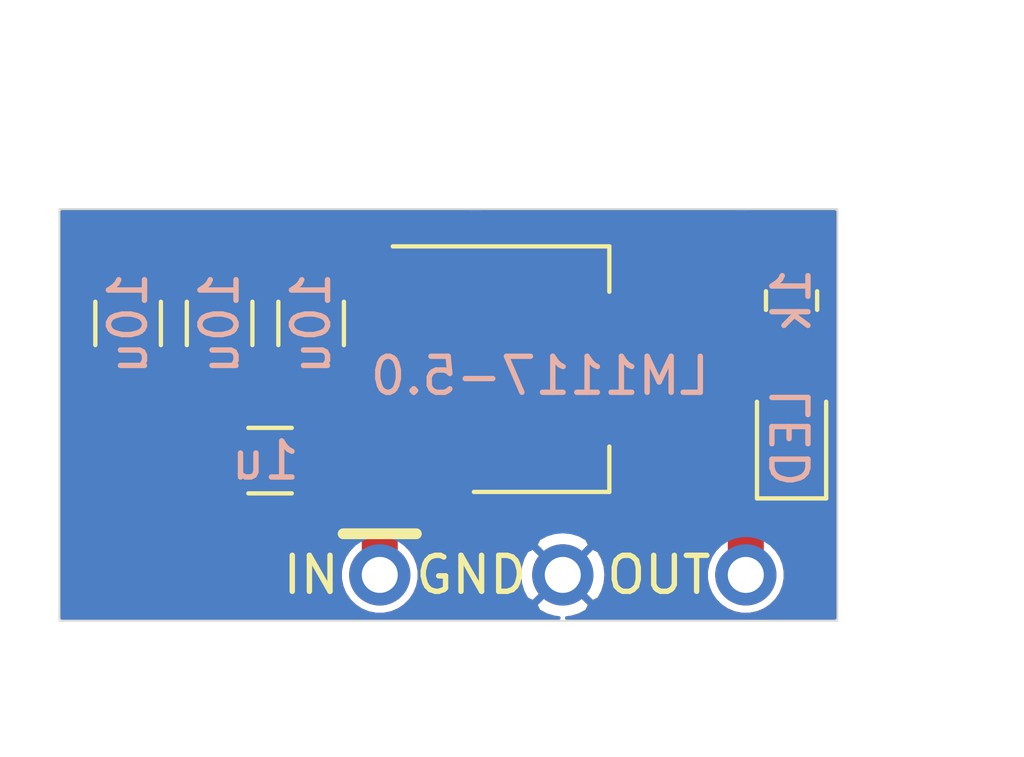
<source format=kicad_pcb>
(kicad_pcb (version 20171130) (host pcbnew 5.1.5+dfsg1-2build2)

  (general
    (thickness 0.8)
    (drawings 6)
    (tracks 14)
    (zones 0)
    (modules 8)
    (nets 5)
  )

  (page A4)
  (layers
    (0 F.Cu signal)
    (31 B.Cu signal)
    (32 B.Adhes user)
    (33 F.Adhes user)
    (34 B.Paste user)
    (35 F.Paste user)
    (36 B.SilkS user)
    (37 F.SilkS user)
    (38 B.Mask user)
    (39 F.Mask user)
    (40 Dwgs.User user)
    (41 Cmts.User user)
    (42 Eco1.User user)
    (43 Eco2.User user)
    (44 Edge.Cuts user)
    (45 Margin user)
    (46 B.CrtYd user)
    (47 F.CrtYd user)
    (48 B.Fab user)
    (49 F.Fab user)
  )

  (setup
    (last_trace_width 0.25)
    (user_trace_width 0.3)
    (user_trace_width 0.5)
    (user_trace_width 0.7)
    (trace_clearance 0.2)
    (zone_clearance 0)
    (zone_45_only no)
    (trace_min 0.2)
    (via_size 0.8)
    (via_drill 0.4)
    (via_min_size 0.4)
    (via_min_drill 0.3)
    (uvia_size 0.3)
    (uvia_drill 0.1)
    (uvias_allowed no)
    (uvia_min_size 0.2)
    (uvia_min_drill 0.1)
    (edge_width 0.05)
    (segment_width 0.2)
    (pcb_text_width 0.3)
    (pcb_text_size 1.5 1.5)
    (mod_edge_width 0.12)
    (mod_text_size 1 1)
    (mod_text_width 0.15)
    (pad_size 1.5 1.5)
    (pad_drill 1)
    (pad_to_mask_clearance 0.051)
    (solder_mask_min_width 0.25)
    (aux_axis_origin 0 0)
    (visible_elements FFFFFF7F)
    (pcbplotparams
      (layerselection 0x010fc_ffffffff)
      (usegerberextensions false)
      (usegerberattributes false)
      (usegerberadvancedattributes false)
      (creategerberjobfile false)
      (excludeedgelayer true)
      (linewidth 0.100000)
      (plotframeref false)
      (viasonmask false)
      (mode 1)
      (useauxorigin false)
      (hpglpennumber 1)
      (hpglpenspeed 20)
      (hpglpendiameter 15.000000)
      (psnegative false)
      (psa4output false)
      (plotreference true)
      (plotvalue true)
      (plotinvisibletext false)
      (padsonsilk false)
      (subtractmaskfromsilk false)
      (outputformat 1)
      (mirror false)
      (drillshape 1)
      (scaleselection 1)
      (outputdirectory ""))
  )

  (net 0 "")
  (net 1 VOUT)
  (net 2 VIN)
  (net 3 GND)
  (net 4 "Net-(D1-Pad2)")

  (net_class Default "This is the default net class."
    (clearance 0.2)
    (trace_width 0.25)
    (via_dia 0.8)
    (via_drill 0.4)
    (uvia_dia 0.3)
    (uvia_drill 0.1)
    (add_net GND)
    (add_net "Net-(D1-Pad2)")
    (add_net VIN)
    (add_net VOUT)
  )

  (module Capacitor_SMD:C_1206_3216Metric (layer F.Cu) (tedit 5B301BBE) (tstamp 642ED94C)
    (at 127.635 92.075 90)
    (descr "Capacitor SMD 1206 (3216 Metric), square (rectangular) end terminal, IPC_7351 nominal, (Body size source: http://www.tortai-tech.com/upload/download/2011102023233369053.pdf), generated with kicad-footprint-generator")
    (tags capacitor)
    (path /64302E5D)
    (attr smd)
    (fp_text reference C4 (at 0 -1.82 90) (layer F.SilkS) hide
      (effects (font (size 1 1) (thickness 0.15)))
    )
    (fp_text value 10u (at 0 0 90) (layer B.SilkS)
      (effects (font (size 1 1) (thickness 0.15)) (justify mirror))
    )
    (fp_text user %R (at 0 0 90) (layer F.Fab) hide
      (effects (font (size 0.8 0.8) (thickness 0.12)))
    )
    (fp_line (start 2.28 1.12) (end -2.28 1.12) (layer F.CrtYd) (width 0.05))
    (fp_line (start 2.28 -1.12) (end 2.28 1.12) (layer F.CrtYd) (width 0.05))
    (fp_line (start -2.28 -1.12) (end 2.28 -1.12) (layer F.CrtYd) (width 0.05))
    (fp_line (start -2.28 1.12) (end -2.28 -1.12) (layer F.CrtYd) (width 0.05))
    (fp_line (start -0.602064 0.91) (end 0.602064 0.91) (layer F.SilkS) (width 0.12))
    (fp_line (start -0.602064 -0.91) (end 0.602064 -0.91) (layer F.SilkS) (width 0.12))
    (fp_line (start 1.6 0.8) (end -1.6 0.8) (layer F.Fab) (width 0.1))
    (fp_line (start 1.6 -0.8) (end 1.6 0.8) (layer F.Fab) (width 0.1))
    (fp_line (start -1.6 -0.8) (end 1.6 -0.8) (layer F.Fab) (width 0.1))
    (fp_line (start -1.6 0.8) (end -1.6 -0.8) (layer F.Fab) (width 0.1))
    (pad 2 smd roundrect (at 1.4 0 90) (size 1.25 1.75) (layers F.Cu F.Paste F.Mask) (roundrect_rratio 0.2)
      (net 3 GND))
    (pad 1 smd roundrect (at -1.4 0 90) (size 1.25 1.75) (layers F.Cu F.Paste F.Mask) (roundrect_rratio 0.2)
      (net 1 VOUT))
    (model ${KISYS3DMOD}/Capacitor_SMD.3dshapes/C_1206_3216Metric.wrl
      (at (xyz 0 0 0))
      (scale (xyz 1 1 1))
      (rotate (xyz 0 0 0))
    )
  )

  (module plc88:power_im (layer F.Cu) (tedit 642E78E2) (tstamp 642ED769)
    (at 128.27 88.9)
    (path /642F7F1E)
    (fp_text reference J1 (at 10.033 5.969) (layer F.Fab)
      (effects (font (size 1 1) (thickness 0.15)))
    )
    (fp_text value power_i (at 9.779 4.064) (layer F.Fab)
      (effects (font (size 1 1) (thickness 0.15)))
    )
    (fp_line (start -2.54 0) (end -2.54 1.27) (layer F.Fab) (width 0.12))
    (fp_line (start -2.54 0) (end -1.27 0) (layer F.Fab) (width 0.12))
    (fp_line (start 19.05 11.43) (end 17.78 11.43) (layer F.Fab) (width 0.12))
    (fp_line (start 19.05 10.16) (end 19.05 11.43) (layer F.Fab) (width 0.12))
    (fp_text user IN (at 4.445 10.16) (layer F.SilkS)
      (effects (font (size 1 1) (thickness 0.15)))
    )
    (fp_text user GND (at 8.89 10.16) (layer F.SilkS)
      (effects (font (size 1 1) (thickness 0.15)))
    )
    (fp_text user OUT (at 14.097 10.16) (layer F.SilkS)
      (effects (font (size 1 1) (thickness 0.15)))
    )
    (fp_line (start 5.334 9.017) (end 7.366 9.017) (layer F.SilkS) (width 0.3))
    (pad 3 thru_hole circle (at 11.43 10.16) (size 1.7 1.7) (drill 1) (layers *.Cu *.Mask)
      (net 3 GND))
    (pad 2 thru_hole circle (at 16.51 10.16) (size 1.7 1.7) (drill 1) (layers *.Cu *.Mask)
      (net 1 VOUT))
    (pad 1 thru_hole circle (at 6.35 10.16) (size 1.7 1.7) (drill 1) (layers *.Cu *.Mask)
      (net 2 VIN))
  )

  (module Package_TO_SOT_SMD:SOT-223-3_TabPin2 (layer F.Cu) (tedit 5A02FF57) (tstamp 642D9784)
    (at 139.082 93.345)
    (descr "module CMS SOT223 4 pins")
    (tags "CMS SOT")
    (path /642DCD8E)
    (attr smd)
    (fp_text reference U1 (at 0 -4.5) (layer F.SilkS) hide
      (effects (font (size 1 1) (thickness 0.15)))
    )
    (fp_text value LM1117-5.0 (at -0.017 0.187) (layer B.SilkS)
      (effects (font (size 1 1) (thickness 0.15)) (justify mirror))
    )
    (fp_line (start 1.85 -3.35) (end 1.85 3.35) (layer F.Fab) (width 0.1))
    (fp_line (start -1.85 3.35) (end 1.85 3.35) (layer F.Fab) (width 0.1))
    (fp_line (start -4.1 -3.41) (end 1.91 -3.41) (layer F.SilkS) (width 0.12))
    (fp_line (start -0.85 -3.35) (end 1.85 -3.35) (layer F.Fab) (width 0.1))
    (fp_line (start -1.85 3.41) (end 1.91 3.41) (layer F.SilkS) (width 0.12))
    (fp_line (start -1.85 -2.35) (end -1.85 3.35) (layer F.Fab) (width 0.1))
    (fp_line (start -1.85 -2.35) (end -0.85 -3.35) (layer F.Fab) (width 0.1))
    (fp_line (start -4.4 -3.6) (end -4.4 3.6) (layer F.CrtYd) (width 0.05))
    (fp_line (start -4.4 3.6) (end 4.4 3.6) (layer F.CrtYd) (width 0.05))
    (fp_line (start 4.4 3.6) (end 4.4 -3.6) (layer F.CrtYd) (width 0.05))
    (fp_line (start 4.4 -3.6) (end -4.4 -3.6) (layer F.CrtYd) (width 0.05))
    (fp_line (start 1.91 -3.41) (end 1.91 -2.15) (layer F.SilkS) (width 0.12))
    (fp_line (start 1.91 3.41) (end 1.91 2.15) (layer F.SilkS) (width 0.12))
    (fp_text user %R (at 0 0 90) (layer F.Fab) hide
      (effects (font (size 0.8 0.8) (thickness 0.12)))
    )
    (pad 1 smd rect (at -3.15 -2.3) (size 2 1.5) (layers F.Cu F.Paste F.Mask)
      (net 3 GND))
    (pad 3 smd rect (at -3.15 2.3) (size 2 1.5) (layers F.Cu F.Paste F.Mask)
      (net 2 VIN))
    (pad 2 smd rect (at -3.15 0) (size 2 1.5) (layers F.Cu F.Paste F.Mask)
      (net 1 VOUT))
    (pad 2 smd rect (at 3.15 0) (size 2 3.8) (layers F.Cu F.Paste F.Mask)
      (net 1 VOUT))
    (model ${KISYS3DMOD}/Package_TO_SOT_SMD.3dshapes/SOT-223.wrl
      (at (xyz 0 0 0))
      (scale (xyz 1 1 1))
      (rotate (xyz 0 0 0))
    )
  )

  (module Resistor_SMD:R_0805_2012Metric (layer F.Cu) (tedit 5B36C52B) (tstamp 642D976E)
    (at 146.05 91.44 90)
    (descr "Resistor SMD 0805 (2012 Metric), square (rectangular) end terminal, IPC_7351 nominal, (Body size source: https://docs.google.com/spreadsheets/d/1BsfQQcO9C6DZCsRaXUlFlo91Tg2WpOkGARC1WS5S8t0/edit?usp=sharing), generated with kicad-footprint-generator")
    (tags resistor)
    (path /642E307E)
    (attr smd)
    (fp_text reference R1 (at 0 -1.65 90) (layer F.SilkS) hide
      (effects (font (size 1 1) (thickness 0.15)))
    )
    (fp_text value 1k (at 0 0 90) (layer B.SilkS)
      (effects (font (size 1 1) (thickness 0.15)) (justify mirror))
    )
    (fp_text user %R (at 0 0 90) (layer F.Fab) hide
      (effects (font (size 0.5 0.5) (thickness 0.08)))
    )
    (fp_line (start 1.68 0.95) (end -1.68 0.95) (layer F.CrtYd) (width 0.05))
    (fp_line (start 1.68 -0.95) (end 1.68 0.95) (layer F.CrtYd) (width 0.05))
    (fp_line (start -1.68 -0.95) (end 1.68 -0.95) (layer F.CrtYd) (width 0.05))
    (fp_line (start -1.68 0.95) (end -1.68 -0.95) (layer F.CrtYd) (width 0.05))
    (fp_line (start -0.258578 0.71) (end 0.258578 0.71) (layer F.SilkS) (width 0.12))
    (fp_line (start -0.258578 -0.71) (end 0.258578 -0.71) (layer F.SilkS) (width 0.12))
    (fp_line (start 1 0.6) (end -1 0.6) (layer F.Fab) (width 0.1))
    (fp_line (start 1 -0.6) (end 1 0.6) (layer F.Fab) (width 0.1))
    (fp_line (start -1 -0.6) (end 1 -0.6) (layer F.Fab) (width 0.1))
    (fp_line (start -1 0.6) (end -1 -0.6) (layer F.Fab) (width 0.1))
    (pad 2 smd roundrect (at 0.9375 0 90) (size 0.975 1.4) (layers F.Cu F.Paste F.Mask) (roundrect_rratio 0.25)
      (net 1 VOUT))
    (pad 1 smd roundrect (at -0.9375 0 90) (size 0.975 1.4) (layers F.Cu F.Paste F.Mask) (roundrect_rratio 0.25)
      (net 4 "Net-(D1-Pad2)"))
    (model ${KISYS3DMOD}/Resistor_SMD.3dshapes/R_0805_2012Metric.wrl
      (at (xyz 0 0 0))
      (scale (xyz 1 1 1))
      (rotate (xyz 0 0 0))
    )
  )

  (module LED_SMD:LED_0805_2012Metric (layer F.Cu) (tedit 5B36C52C) (tstamp 642D971B)
    (at 146.05 95.25 90)
    (descr "LED SMD 0805 (2012 Metric), square (rectangular) end terminal, IPC_7351 nominal, (Body size source: https://docs.google.com/spreadsheets/d/1BsfQQcO9C6DZCsRaXUlFlo91Tg2WpOkGARC1WS5S8t0/edit?usp=sharing), generated with kicad-footprint-generator")
    (tags diode)
    (path /642E237F)
    (attr smd)
    (fp_text reference D1 (at 0 -1.65 90) (layer F.SilkS) hide
      (effects (font (size 1 1) (thickness 0.15)))
    )
    (fp_text value LED (at 0 0 90) (layer B.SilkS)
      (effects (font (size 1 1) (thickness 0.15)) (justify mirror))
    )
    (fp_text user %R (at 0 0 90) (layer F.Fab) hide
      (effects (font (size 0.5 0.5) (thickness 0.08)))
    )
    (fp_line (start 1.68 0.95) (end -1.68 0.95) (layer F.CrtYd) (width 0.05))
    (fp_line (start 1.68 -0.95) (end 1.68 0.95) (layer F.CrtYd) (width 0.05))
    (fp_line (start -1.68 -0.95) (end 1.68 -0.95) (layer F.CrtYd) (width 0.05))
    (fp_line (start -1.68 0.95) (end -1.68 -0.95) (layer F.CrtYd) (width 0.05))
    (fp_line (start -1.685 0.96) (end 1 0.96) (layer F.SilkS) (width 0.12))
    (fp_line (start -1.685 -0.96) (end -1.685 0.96) (layer F.SilkS) (width 0.12))
    (fp_line (start 1 -0.96) (end -1.685 -0.96) (layer F.SilkS) (width 0.12))
    (fp_line (start 1 0.6) (end 1 -0.6) (layer F.Fab) (width 0.1))
    (fp_line (start -1 0.6) (end 1 0.6) (layer F.Fab) (width 0.1))
    (fp_line (start -1 -0.3) (end -1 0.6) (layer F.Fab) (width 0.1))
    (fp_line (start -0.7 -0.6) (end -1 -0.3) (layer F.Fab) (width 0.1))
    (fp_line (start 1 -0.6) (end -0.7 -0.6) (layer F.Fab) (width 0.1))
    (pad 2 smd roundrect (at 0.9375 0 90) (size 0.975 1.4) (layers F.Cu F.Paste F.Mask) (roundrect_rratio 0.25)
      (net 4 "Net-(D1-Pad2)"))
    (pad 1 smd roundrect (at -0.9375 0 90) (size 0.975 1.4) (layers F.Cu F.Paste F.Mask) (roundrect_rratio 0.25)
      (net 3 GND))
    (model ${KISYS3DMOD}/LED_SMD.3dshapes/LED_0805_2012Metric.wrl
      (at (xyz 0 0 0))
      (scale (xyz 1 1 1))
      (rotate (xyz 0 0 0))
    )
  )

  (module Capacitor_SMD:C_1206_3216Metric (layer F.Cu) (tedit 5B301BBE) (tstamp 642D9708)
    (at 130.175 92.075 90)
    (descr "Capacitor SMD 1206 (3216 Metric), square (rectangular) end terminal, IPC_7351 nominal, (Body size source: http://www.tortai-tech.com/upload/download/2011102023233369053.pdf), generated with kicad-footprint-generator")
    (tags capacitor)
    (path /642DBC27)
    (attr smd)
    (fp_text reference C3 (at 0 -1.82 90) (layer F.SilkS) hide
      (effects (font (size 1 1) (thickness 0.15)))
    )
    (fp_text value 10u (at 0 0 90) (layer B.SilkS)
      (effects (font (size 1 1) (thickness 0.15)) (justify mirror))
    )
    (fp_text user %R (at 0 0 90) (layer F.Fab) hide
      (effects (font (size 0.8 0.8) (thickness 0.12)))
    )
    (fp_line (start 2.28 1.12) (end -2.28 1.12) (layer F.CrtYd) (width 0.05))
    (fp_line (start 2.28 -1.12) (end 2.28 1.12) (layer F.CrtYd) (width 0.05))
    (fp_line (start -2.28 -1.12) (end 2.28 -1.12) (layer F.CrtYd) (width 0.05))
    (fp_line (start -2.28 1.12) (end -2.28 -1.12) (layer F.CrtYd) (width 0.05))
    (fp_line (start -0.602064 0.91) (end 0.602064 0.91) (layer F.SilkS) (width 0.12))
    (fp_line (start -0.602064 -0.91) (end 0.602064 -0.91) (layer F.SilkS) (width 0.12))
    (fp_line (start 1.6 0.8) (end -1.6 0.8) (layer F.Fab) (width 0.1))
    (fp_line (start 1.6 -0.8) (end 1.6 0.8) (layer F.Fab) (width 0.1))
    (fp_line (start -1.6 -0.8) (end 1.6 -0.8) (layer F.Fab) (width 0.1))
    (fp_line (start -1.6 0.8) (end -1.6 -0.8) (layer F.Fab) (width 0.1))
    (pad 2 smd roundrect (at 1.4 0 90) (size 1.25 1.75) (layers F.Cu F.Paste F.Mask) (roundrect_rratio 0.2)
      (net 3 GND))
    (pad 1 smd roundrect (at -1.4 0 90) (size 1.25 1.75) (layers F.Cu F.Paste F.Mask) (roundrect_rratio 0.2)
      (net 1 VOUT))
    (model ${KISYS3DMOD}/Capacitor_SMD.3dshapes/C_1206_3216Metric.wrl
      (at (xyz 0 0 0))
      (scale (xyz 1 1 1))
      (rotate (xyz 0 0 0))
    )
  )

  (module Capacitor_SMD:C_1206_3216Metric (layer F.Cu) (tedit 5B301BBE) (tstamp 642D96F7)
    (at 132.715 92.075 90)
    (descr "Capacitor SMD 1206 (3216 Metric), square (rectangular) end terminal, IPC_7351 nominal, (Body size source: http://www.tortai-tech.com/upload/download/2011102023233369053.pdf), generated with kicad-footprint-generator")
    (tags capacitor)
    (path /642D89A8)
    (attr smd)
    (fp_text reference C2 (at 0 -1.82 90) (layer F.SilkS) hide
      (effects (font (size 1 1) (thickness 0.15)))
    )
    (fp_text value 10u (at 0 0 90) (layer B.SilkS)
      (effects (font (size 1 1) (thickness 0.15)) (justify mirror))
    )
    (fp_text user %R (at 0 0 90) (layer F.Fab) hide
      (effects (font (size 0.8 0.8) (thickness 0.12)))
    )
    (fp_line (start 2.28 1.12) (end -2.28 1.12) (layer F.CrtYd) (width 0.05))
    (fp_line (start 2.28 -1.12) (end 2.28 1.12) (layer F.CrtYd) (width 0.05))
    (fp_line (start -2.28 -1.12) (end 2.28 -1.12) (layer F.CrtYd) (width 0.05))
    (fp_line (start -2.28 1.12) (end -2.28 -1.12) (layer F.CrtYd) (width 0.05))
    (fp_line (start -0.602064 0.91) (end 0.602064 0.91) (layer F.SilkS) (width 0.12))
    (fp_line (start -0.602064 -0.91) (end 0.602064 -0.91) (layer F.SilkS) (width 0.12))
    (fp_line (start 1.6 0.8) (end -1.6 0.8) (layer F.Fab) (width 0.1))
    (fp_line (start 1.6 -0.8) (end 1.6 0.8) (layer F.Fab) (width 0.1))
    (fp_line (start -1.6 -0.8) (end 1.6 -0.8) (layer F.Fab) (width 0.1))
    (fp_line (start -1.6 0.8) (end -1.6 -0.8) (layer F.Fab) (width 0.1))
    (pad 2 smd roundrect (at 1.4 0 90) (size 1.25 1.75) (layers F.Cu F.Paste F.Mask) (roundrect_rratio 0.2)
      (net 3 GND))
    (pad 1 smd roundrect (at -1.4 0 90) (size 1.25 1.75) (layers F.Cu F.Paste F.Mask) (roundrect_rratio 0.2)
      (net 1 VOUT))
    (model ${KISYS3DMOD}/Capacitor_SMD.3dshapes/C_1206_3216Metric.wrl
      (at (xyz 0 0 0))
      (scale (xyz 1 1 1))
      (rotate (xyz 0 0 0))
    )
  )

  (module Capacitor_SMD:C_1206_3216Metric (layer F.Cu) (tedit 5B301BBE) (tstamp 642D96E6)
    (at 131.575 95.885 180)
    (descr "Capacitor SMD 1206 (3216 Metric), square (rectangular) end terminal, IPC_7351 nominal, (Body size source: http://www.tortai-tech.com/upload/download/2011102023233369053.pdf), generated with kicad-footprint-generator")
    (tags capacitor)
    (path /642D8C07)
    (attr smd)
    (fp_text reference C1 (at 0 -1.82) (layer F.SilkS) hide
      (effects (font (size 1 1) (thickness 0.15)))
    )
    (fp_text value 1u (at 0.13 0) (layer B.SilkS)
      (effects (font (size 1 1) (thickness 0.15)) (justify mirror))
    )
    (fp_text user %R (at 0 0) (layer F.Fab) hide
      (effects (font (size 0.8 0.8) (thickness 0.12)))
    )
    (fp_line (start 2.28 1.12) (end -2.28 1.12) (layer F.CrtYd) (width 0.05))
    (fp_line (start 2.28 -1.12) (end 2.28 1.12) (layer F.CrtYd) (width 0.05))
    (fp_line (start -2.28 -1.12) (end 2.28 -1.12) (layer F.CrtYd) (width 0.05))
    (fp_line (start -2.28 1.12) (end -2.28 -1.12) (layer F.CrtYd) (width 0.05))
    (fp_line (start -0.602064 0.91) (end 0.602064 0.91) (layer F.SilkS) (width 0.12))
    (fp_line (start -0.602064 -0.91) (end 0.602064 -0.91) (layer F.SilkS) (width 0.12))
    (fp_line (start 1.6 0.8) (end -1.6 0.8) (layer F.Fab) (width 0.1))
    (fp_line (start 1.6 -0.8) (end 1.6 0.8) (layer F.Fab) (width 0.1))
    (fp_line (start -1.6 -0.8) (end 1.6 -0.8) (layer F.Fab) (width 0.1))
    (fp_line (start -1.6 0.8) (end -1.6 -0.8) (layer F.Fab) (width 0.1))
    (pad 2 smd roundrect (at 1.4 0 180) (size 1.25 1.75) (layers F.Cu F.Paste F.Mask) (roundrect_rratio 0.2)
      (net 3 GND))
    (pad 1 smd roundrect (at -1.4 0 180) (size 1.25 1.75) (layers F.Cu F.Paste F.Mask) (roundrect_rratio 0.2)
      (net 2 VIN))
    (model ${KISYS3DMOD}/Capacitor_SMD.3dshapes/C_1206_3216Metric.wrl
      (at (xyz 0 0 0))
      (scale (xyz 1 1 1))
      (rotate (xyz 0 0 0))
    )
  )

  (dimension 21.59 (width 0.15) (layer F.Fab)
    (gr_text "21,590 mm" (at 136.525 83.79) (layer F.Fab)
      (effects (font (size 1 1) (thickness 0.15)))
    )
    (feature1 (pts (xy 125.73 88.265) (xy 125.73 84.503579)))
    (feature2 (pts (xy 147.32 88.265) (xy 147.32 84.503579)))
    (crossbar (pts (xy 147.32 85.09) (xy 125.73 85.09)))
    (arrow1a (pts (xy 125.73 85.09) (xy 126.856504 84.503579)))
    (arrow1b (pts (xy 125.73 85.09) (xy 126.856504 85.676421)))
    (arrow2a (pts (xy 147.32 85.09) (xy 146.193496 84.503579)))
    (arrow2b (pts (xy 147.32 85.09) (xy 146.193496 85.676421)))
  )
  (dimension 11.43 (width 0.15) (layer F.Fab)
    (gr_text "11,430 mm" (at 151.16 94.615 270) (layer F.Fab)
      (effects (font (size 1 1) (thickness 0.15)))
    )
    (feature1 (pts (xy 147.955 100.33) (xy 150.446421 100.33)))
    (feature2 (pts (xy 147.955 88.9) (xy 150.446421 88.9)))
    (crossbar (pts (xy 149.86 88.9) (xy 149.86 100.33)))
    (arrow1a (pts (xy 149.86 100.33) (xy 149.273579 99.203496)))
    (arrow1b (pts (xy 149.86 100.33) (xy 150.446421 99.203496)))
    (arrow2a (pts (xy 149.86 88.9) (xy 149.273579 90.026504)))
    (arrow2b (pts (xy 149.86 88.9) (xy 150.446421 90.026504)))
  )
  (gr_line (start 125.73 100.33) (end 125.73 88.9) (layer Edge.Cuts) (width 0.05) (tstamp 642DA065))
  (gr_line (start 147.32 100.33) (end 125.73 100.33) (layer Edge.Cuts) (width 0.05))
  (gr_line (start 147.32 88.9) (end 147.32 100.33) (layer Edge.Cuts) (width 0.05))
  (gr_line (start 125.73 88.9) (end 147.32 88.9) (layer Edge.Cuts) (width 0.05))

  (segment (start 130.175 93.475) (end 132.715 93.475) (width 0.3) (layer F.Cu) (net 1))
  (segment (start 132.715 93.475) (end 135.932 93.345) (width 0.5) (layer F.Cu) (net 1))
  (segment (start 135.932 93.345) (end 142.232 93.345) (width 1.5) (layer F.Cu) (net 1))
  (segment (start 144.78 99.06) (end 144.78 97.79) (width 1) (layer F.Cu) (net 1))
  (segment (start 144.78 97.79) (end 142.24 96.52) (width 1) (layer F.Cu) (net 1))
  (segment (start 142.24 96.52) (end 142.232 93.345) (width 0.7) (layer F.Cu) (net 1))
  (segment (start 127.635 93.475) (end 130.175 93.475) (width 0.3) (layer F.Cu) (net 1))
  (segment (start 141.986 90.551) (end 146.05 90.5025) (width 0.3) (layer F.Cu) (net 1))
  (segment (start 142.232 93.345) (end 141.986 90.551) (width 0.3) (layer F.Cu) (net 1))
  (segment (start 132.975 95.885) (end 135.932 95.645) (width 0.3) (layer F.Cu) (net 2))
  (segment (start 135.89 97.155) (end 135.932 95.645) (width 1) (layer F.Cu) (net 2))
  (segment (start 134.62 97.79) (end 135.89 97.155) (width 1) (layer F.Cu) (net 2))
  (segment (start 134.62 99.06) (end 134.62 97.79) (width 1) (layer F.Cu) (net 2))
  (segment (start 146.05 92.3775) (end 146.05 94.3125) (width 0.3) (layer F.Cu) (net 4))

  (zone (net 3) (net_name GND) (layer F.Cu) (tstamp 0) (hatch edge 0.508)
    (connect_pads (clearance 0))
    (min_thickness 0.1)
    (fill yes (arc_segments 32) (thermal_gap 0.3) (thermal_bridge_width 0.2))
    (polygon
      (pts
        (xy 137.16 97.917) (xy 145.542 97.917) (xy 145.796 101.346) (xy 137.16 101.346) (xy 137.16 101.6)
        (xy 124.079 101.6) (xy 124.46 88.265) (xy 137.16 88.265)
      )
    )
    (filled_polygon
      (pts
        (xy 137.11 89.993281) (xy 137.066587 89.970077) (xy 137.000612 89.950064) (xy 136.932 89.943306) (xy 136.0695 89.945)
        (xy 135.982 90.0325) (xy 135.982 90.995) (xy 136.002 90.995) (xy 136.002 91.095) (xy 135.982 91.095)
        (xy 135.982 92.0575) (xy 136.0695 92.145) (xy 136.932 92.146694) (xy 137.000612 92.139936) (xy 137.066587 92.119923)
        (xy 137.11 92.096719) (xy 137.11 92.345) (xy 136.944275 92.345) (xy 136.932 92.343791) (xy 134.932 92.343791)
        (xy 134.882992 92.348618) (xy 134.835866 92.362913) (xy 134.792436 92.386127) (xy 134.754368 92.417368) (xy 134.723127 92.455436)
        (xy 134.699913 92.498866) (xy 134.685618 92.545992) (xy 134.680791 92.595) (xy 134.680791 92.895154) (xy 133.809778 92.930352)
        (xy 133.803057 92.908196) (xy 133.75674 92.821543) (xy 133.694408 92.745592) (xy 133.618457 92.68326) (xy 133.531804 92.636943)
        (xy 133.437781 92.608422) (xy 133.34 92.598791) (xy 132.09 92.598791) (xy 131.992219 92.608422) (xy 131.898196 92.636943)
        (xy 131.811543 92.68326) (xy 131.735592 92.745592) (xy 131.67326 92.821543) (xy 131.626943 92.908196) (xy 131.598422 93.002219)
        (xy 131.591253 93.075) (xy 131.298747 93.075) (xy 131.291578 93.002219) (xy 131.263057 92.908196) (xy 131.21674 92.821543)
        (xy 131.154408 92.745592) (xy 131.078457 92.68326) (xy 130.991804 92.636943) (xy 130.897781 92.608422) (xy 130.8 92.598791)
        (xy 129.55 92.598791) (xy 129.452219 92.608422) (xy 129.358196 92.636943) (xy 129.271543 92.68326) (xy 129.195592 92.745592)
        (xy 129.13326 92.821543) (xy 129.086943 92.908196) (xy 129.058422 93.002219) (xy 129.051253 93.075) (xy 128.758747 93.075)
        (xy 128.751578 93.002219) (xy 128.723057 92.908196) (xy 128.67674 92.821543) (xy 128.614408 92.745592) (xy 128.538457 92.68326)
        (xy 128.451804 92.636943) (xy 128.357781 92.608422) (xy 128.26 92.598791) (xy 127.01 92.598791) (xy 126.912219 92.608422)
        (xy 126.818196 92.636943) (xy 126.731543 92.68326) (xy 126.655592 92.745592) (xy 126.59326 92.821543) (xy 126.546943 92.908196)
        (xy 126.518422 93.002219) (xy 126.508791 93.1) (xy 126.508791 93.85) (xy 126.518422 93.947781) (xy 126.546943 94.041804)
        (xy 126.59326 94.128457) (xy 126.655592 94.204408) (xy 126.731543 94.26674) (xy 126.818196 94.313057) (xy 126.912219 94.341578)
        (xy 127.01 94.351209) (xy 128.26 94.351209) (xy 128.357781 94.341578) (xy 128.451804 94.313057) (xy 128.538457 94.26674)
        (xy 128.614408 94.204408) (xy 128.67674 94.128457) (xy 128.723057 94.041804) (xy 128.751578 93.947781) (xy 128.758747 93.875)
        (xy 129.051253 93.875) (xy 129.058422 93.947781) (xy 129.086943 94.041804) (xy 129.13326 94.128457) (xy 129.195592 94.204408)
        (xy 129.271543 94.26674) (xy 129.358196 94.313057) (xy 129.452219 94.341578) (xy 129.55 94.351209) (xy 130.8 94.351209)
        (xy 130.897781 94.341578) (xy 130.991804 94.313057) (xy 131.078457 94.26674) (xy 131.154408 94.204408) (xy 131.21674 94.128457)
        (xy 131.263057 94.041804) (xy 131.291578 93.947781) (xy 131.298747 93.875) (xy 131.591253 93.875) (xy 131.598422 93.947781)
        (xy 131.626943 94.041804) (xy 131.67326 94.128457) (xy 131.735592 94.204408) (xy 131.811543 94.26674) (xy 131.898196 94.313057)
        (xy 131.992219 94.341578) (xy 132.09 94.351209) (xy 133.34 94.351209) (xy 133.437781 94.341578) (xy 133.531804 94.313057)
        (xy 133.618457 94.26674) (xy 133.694408 94.204408) (xy 133.75674 94.128457) (xy 133.803057 94.041804) (xy 133.831578 93.947781)
        (xy 133.833308 93.930216) (xy 134.680791 93.895969) (xy 134.680791 94.095) (xy 134.685618 94.144008) (xy 134.699913 94.191134)
        (xy 134.723127 94.234564) (xy 134.754368 94.272632) (xy 134.792436 94.303873) (xy 134.835866 94.327087) (xy 134.882992 94.341382)
        (xy 134.932 94.346209) (xy 136.932 94.346209) (xy 136.944275 94.345) (xy 137.11 94.345) (xy 137.11 94.717816)
        (xy 137.109632 94.717368) (xy 137.071564 94.686127) (xy 137.028134 94.662913) (xy 136.981008 94.648618) (xy 136.932 94.643791)
        (xy 134.932 94.643791) (xy 134.882992 94.648618) (xy 134.835866 94.662913) (xy 134.792436 94.686127) (xy 134.754368 94.717368)
        (xy 134.723127 94.755436) (xy 134.699913 94.798866) (xy 134.685618 94.845992) (xy 134.680791 94.895) (xy 134.680791 95.345237)
        (xy 133.851209 95.412569) (xy 133.851209 95.26) (xy 133.841578 95.162219) (xy 133.813057 95.068196) (xy 133.76674 94.981543)
        (xy 133.704408 94.905592) (xy 133.628457 94.84326) (xy 133.541804 94.796943) (xy 133.447781 94.768422) (xy 133.35 94.758791)
        (xy 132.6 94.758791) (xy 132.502219 94.768422) (xy 132.408196 94.796943) (xy 132.321543 94.84326) (xy 132.245592 94.905592)
        (xy 132.18326 94.981543) (xy 132.136943 95.068196) (xy 132.108422 95.162219) (xy 132.098791 95.26) (xy 132.098791 96.51)
        (xy 132.108422 96.607781) (xy 132.136943 96.701804) (xy 132.18326 96.788457) (xy 132.245592 96.864408) (xy 132.321543 96.92674)
        (xy 132.408196 96.973057) (xy 132.502219 97.001578) (xy 132.6 97.011209) (xy 133.35 97.011209) (xy 133.447781 97.001578)
        (xy 133.541804 96.973057) (xy 133.628457 96.92674) (xy 133.704408 96.864408) (xy 133.76674 96.788457) (xy 133.813057 96.701804)
        (xy 133.841578 96.607781) (xy 133.851209 96.51) (xy 133.851209 96.215199) (xy 134.680791 96.147867) (xy 134.680791 96.395)
        (xy 134.685618 96.444008) (xy 134.699913 96.491134) (xy 134.723127 96.534564) (xy 134.754368 96.572632) (xy 134.792436 96.603873)
        (xy 134.835866 96.627087) (xy 134.882992 96.641382) (xy 134.932 96.646209) (xy 135.153862 96.646209) (xy 135.152781 96.685084)
        (xy 134.341445 97.090753) (xy 134.3316 97.093739) (xy 134.275496 97.123727) (xy 134.251644 97.135653) (xy 134.242979 97.141108)
        (xy 134.201308 97.163381) (xy 134.180606 97.180371) (xy 134.15794 97.194639) (xy 134.123628 97.227132) (xy 134.087106 97.257105)
        (xy 134.070117 97.277806) (xy 134.050669 97.296223) (xy 134.023359 97.33478) (xy 133.993382 97.371307) (xy 133.980756 97.394928)
        (xy 133.965278 97.416781) (xy 133.946015 97.459925) (xy 133.92374 97.501599) (xy 133.915965 97.527229) (xy 133.905047 97.551683)
        (xy 133.89457 97.597758) (xy 133.880854 97.642974) (xy 133.878229 97.669623) (xy 133.87229 97.695743) (xy 133.871004 97.742984)
        (xy 133.870001 97.753165) (xy 133.870001 97.779812) (xy 133.868269 97.843423) (xy 133.870001 97.853566) (xy 133.870001 98.254365)
        (xy 133.765575 98.358791) (xy 133.645193 98.538955) (xy 133.562273 98.739142) (xy 133.52 98.951659) (xy 133.52 99.168341)
        (xy 133.562273 99.380858) (xy 133.645193 99.581045) (xy 133.765575 99.761209) (xy 133.918791 99.914425) (xy 134.098955 100.034807)
        (xy 134.299142 100.117727) (xy 134.511659 100.16) (xy 134.728341 100.16) (xy 134.940858 100.117727) (xy 135.141045 100.034807)
        (xy 135.321209 99.914425) (xy 135.474425 99.761209) (xy 135.594807 99.581045) (xy 135.677727 99.380858) (xy 135.72 99.168341)
        (xy 135.72 99.062663) (xy 138.494198 99.062663) (xy 138.517886 99.297852) (xy 138.587003 99.5239) (xy 138.695932 99.727695)
        (xy 138.874673 99.814616) (xy 139.629289 99.06) (xy 139.770711 99.06) (xy 140.525327 99.814616) (xy 140.704068 99.727695)
        (xy 140.815036 99.518981) (xy 140.883153 99.292629) (xy 140.905802 99.057337) (xy 140.882114 98.822148) (xy 140.812997 98.5961)
        (xy 140.704068 98.392305) (xy 140.525327 98.305384) (xy 139.770711 99.06) (xy 139.629289 99.06) (xy 138.874673 98.305384)
        (xy 138.695932 98.392305) (xy 138.584964 98.601019) (xy 138.516847 98.827371) (xy 138.494198 99.062663) (xy 135.72 99.062663)
        (xy 135.72 98.951659) (xy 135.677727 98.739142) (xy 135.594807 98.538955) (xy 135.474425 98.358791) (xy 135.37 98.254366)
        (xy 135.37 98.253525) (xy 136.227047 97.825001) (xy 136.291108 97.793018) (xy 136.320538 97.770205) (xy 136.35206 97.750362)
        (xy 136.378791 97.725048) (xy 136.407872 97.702505) (xy 136.432287 97.674388) (xy 136.45933 97.648778) (xy 136.480602 97.618745)
        (xy 136.504735 97.590953) (xy 136.523198 97.558609) (xy 136.544722 97.52822) (xy 136.559726 97.494614) (xy 136.577973 97.462648)
        (xy 136.589772 97.427319) (xy 136.604953 97.393318) (xy 136.613113 97.357434) (xy 136.624773 97.32252) (xy 136.629452 97.285575)
        (xy 136.63771 97.249258) (xy 136.639685 97.176716) (xy 136.654441 96.646209) (xy 136.932 96.646209) (xy 136.981008 96.641382)
        (xy 137.028134 96.627087) (xy 137.071564 96.603873) (xy 137.109632 96.572632) (xy 137.11 96.572184) (xy 137.11 97.917)
        (xy 137.110961 97.926755) (xy 137.113806 97.936134) (xy 137.118427 97.944779) (xy 137.124645 97.952355) (xy 137.132221 97.958573)
        (xy 137.140866 97.963194) (xy 137.150245 97.966039) (xy 137.16 97.967) (xy 139.198688 97.967) (xy 139.032305 98.055932)
        (xy 138.945384 98.234673) (xy 139.7 98.989289) (xy 140.454616 98.234673) (xy 140.367695 98.055932) (xy 140.200427 97.967)
        (xy 143.456949 97.967) (xy 144.030001 98.253526) (xy 144.030001 98.254365) (xy 143.925575 98.358791) (xy 143.805193 98.538955)
        (xy 143.722273 98.739142) (xy 143.68 98.951659) (xy 143.68 99.168341) (xy 143.722273 99.380858) (xy 143.805193 99.581045)
        (xy 143.925575 99.761209) (xy 144.078791 99.914425) (xy 144.258955 100.034807) (xy 144.459142 100.117727) (xy 144.671659 100.16)
        (xy 144.888341 100.16) (xy 145.100858 100.117727) (xy 145.301045 100.034807) (xy 145.481209 99.914425) (xy 145.628882 99.766752)
        (xy 145.665049 100.255) (xy 139.809912 100.255) (xy 139.937852 100.242114) (xy 140.1639 100.172997) (xy 140.367695 100.064068)
        (xy 140.454616 99.885327) (xy 139.7 99.130711) (xy 138.945384 99.885327) (xy 139.032305 100.064068) (xy 139.241019 100.175036)
        (xy 139.467371 100.243153) (xy 139.590445 100.255) (xy 125.805 100.255) (xy 125.805 96.76) (xy 129.198306 96.76)
        (xy 129.205064 96.828612) (xy 129.225077 96.894587) (xy 129.257577 96.955391) (xy 129.301315 97.008685) (xy 129.354609 97.052423)
        (xy 129.415413 97.084923) (xy 129.481388 97.104936) (xy 129.55 97.111694) (xy 130.0375 97.11) (xy 130.125 97.0225)
        (xy 130.125 95.935) (xy 130.225 95.935) (xy 130.225 97.0225) (xy 130.3125 97.11) (xy 130.8 97.111694)
        (xy 130.868612 97.104936) (xy 130.934587 97.084923) (xy 130.995391 97.052423) (xy 131.048685 97.008685) (xy 131.092423 96.955391)
        (xy 131.124923 96.894587) (xy 131.144936 96.828612) (xy 131.151694 96.76) (xy 131.15 96.0225) (xy 131.0625 95.935)
        (xy 130.225 95.935) (xy 130.125 95.935) (xy 129.2875 95.935) (xy 129.2 96.0225) (xy 129.198306 96.76)
        (xy 125.805 96.76) (xy 125.805 95.01) (xy 129.198306 95.01) (xy 129.2 95.7475) (xy 129.2875 95.835)
        (xy 130.125 95.835) (xy 130.125 94.7475) (xy 130.225 94.7475) (xy 130.225 95.835) (xy 131.0625 95.835)
        (xy 131.15 95.7475) (xy 131.151694 95.01) (xy 131.144936 94.941388) (xy 131.124923 94.875413) (xy 131.092423 94.814609)
        (xy 131.048685 94.761315) (xy 130.995391 94.717577) (xy 130.934587 94.685077) (xy 130.868612 94.665064) (xy 130.8 94.658306)
        (xy 130.3125 94.66) (xy 130.225 94.7475) (xy 130.125 94.7475) (xy 130.0375 94.66) (xy 129.55 94.658306)
        (xy 129.481388 94.665064) (xy 129.415413 94.685077) (xy 129.354609 94.717577) (xy 129.301315 94.761315) (xy 129.257577 94.814609)
        (xy 129.225077 94.875413) (xy 129.205064 94.941388) (xy 129.198306 95.01) (xy 125.805 95.01) (xy 125.805 91.795)
        (xy 134.580306 91.795) (xy 134.587064 91.863612) (xy 134.607077 91.929587) (xy 134.639577 91.990391) (xy 134.683315 92.043685)
        (xy 134.736609 92.087423) (xy 134.797413 92.119923) (xy 134.863388 92.139936) (xy 134.932 92.146694) (xy 135.7945 92.145)
        (xy 135.882 92.0575) (xy 135.882 91.095) (xy 134.6695 91.095) (xy 134.582 91.1825) (xy 134.580306 91.795)
        (xy 125.805 91.795) (xy 125.805 91.3) (xy 126.408306 91.3) (xy 126.415064 91.368612) (xy 126.435077 91.434587)
        (xy 126.467577 91.495391) (xy 126.511315 91.548685) (xy 126.564609 91.592423) (xy 126.625413 91.624923) (xy 126.691388 91.644936)
        (xy 126.76 91.651694) (xy 127.4975 91.65) (xy 127.585 91.5625) (xy 127.585 90.725) (xy 127.685 90.725)
        (xy 127.685 91.5625) (xy 127.7725 91.65) (xy 128.51 91.651694) (xy 128.578612 91.644936) (xy 128.644587 91.624923)
        (xy 128.705391 91.592423) (xy 128.758685 91.548685) (xy 128.802423 91.495391) (xy 128.834923 91.434587) (xy 128.854936 91.368612)
        (xy 128.861694 91.3) (xy 128.948306 91.3) (xy 128.955064 91.368612) (xy 128.975077 91.434587) (xy 129.007577 91.495391)
        (xy 129.051315 91.548685) (xy 129.104609 91.592423) (xy 129.165413 91.624923) (xy 129.231388 91.644936) (xy 129.3 91.651694)
        (xy 130.0375 91.65) (xy 130.125 91.5625) (xy 130.125 90.725) (xy 130.225 90.725) (xy 130.225 91.5625)
        (xy 130.3125 91.65) (xy 131.05 91.651694) (xy 131.118612 91.644936) (xy 131.184587 91.624923) (xy 131.245391 91.592423)
        (xy 131.298685 91.548685) (xy 131.342423 91.495391) (xy 131.374923 91.434587) (xy 131.394936 91.368612) (xy 131.401694 91.3)
        (xy 131.488306 91.3) (xy 131.495064 91.368612) (xy 131.515077 91.434587) (xy 131.547577 91.495391) (xy 131.591315 91.548685)
        (xy 131.644609 91.592423) (xy 131.705413 91.624923) (xy 131.771388 91.644936) (xy 131.84 91.651694) (xy 132.5775 91.65)
        (xy 132.665 91.5625) (xy 132.665 90.725) (xy 132.765 90.725) (xy 132.765 91.5625) (xy 132.8525 91.65)
        (xy 133.59 91.651694) (xy 133.658612 91.644936) (xy 133.724587 91.624923) (xy 133.785391 91.592423) (xy 133.838685 91.548685)
        (xy 133.882423 91.495391) (xy 133.914923 91.434587) (xy 133.934936 91.368612) (xy 133.941694 91.3) (xy 133.94 90.8125)
        (xy 133.8525 90.725) (xy 132.765 90.725) (xy 132.665 90.725) (xy 131.5775 90.725) (xy 131.49 90.8125)
        (xy 131.488306 91.3) (xy 131.401694 91.3) (xy 131.4 90.8125) (xy 131.3125 90.725) (xy 130.225 90.725)
        (xy 130.125 90.725) (xy 129.0375 90.725) (xy 128.95 90.8125) (xy 128.948306 91.3) (xy 128.861694 91.3)
        (xy 128.86 90.8125) (xy 128.7725 90.725) (xy 127.685 90.725) (xy 127.585 90.725) (xy 126.4975 90.725)
        (xy 126.41 90.8125) (xy 126.408306 91.3) (xy 125.805 91.3) (xy 125.805 90.05) (xy 126.408306 90.05)
        (xy 126.41 90.5375) (xy 126.4975 90.625) (xy 127.585 90.625) (xy 127.585 89.7875) (xy 127.685 89.7875)
        (xy 127.685 90.625) (xy 128.7725 90.625) (xy 128.86 90.5375) (xy 128.861694 90.05) (xy 128.948306 90.05)
        (xy 128.95 90.5375) (xy 129.0375 90.625) (xy 130.125 90.625) (xy 130.125 89.7875) (xy 130.225 89.7875)
        (xy 130.225 90.625) (xy 131.3125 90.625) (xy 131.4 90.5375) (xy 131.401694 90.05) (xy 131.488306 90.05)
        (xy 131.49 90.5375) (xy 131.5775 90.625) (xy 132.665 90.625) (xy 132.665 89.7875) (xy 132.765 89.7875)
        (xy 132.765 90.625) (xy 133.8525 90.625) (xy 133.94 90.5375) (xy 133.940842 90.295) (xy 134.580306 90.295)
        (xy 134.582 90.9075) (xy 134.6695 90.995) (xy 135.882 90.995) (xy 135.882 90.0325) (xy 135.7945 89.945)
        (xy 134.932 89.943306) (xy 134.863388 89.950064) (xy 134.797413 89.970077) (xy 134.736609 90.002577) (xy 134.683315 90.046315)
        (xy 134.639577 90.099609) (xy 134.607077 90.160413) (xy 134.587064 90.226388) (xy 134.580306 90.295) (xy 133.940842 90.295)
        (xy 133.941694 90.05) (xy 133.934936 89.981388) (xy 133.914923 89.915413) (xy 133.882423 89.854609) (xy 133.838685 89.801315)
        (xy 133.785391 89.757577) (xy 133.724587 89.725077) (xy 133.658612 89.705064) (xy 133.59 89.698306) (xy 132.8525 89.7)
        (xy 132.765 89.7875) (xy 132.665 89.7875) (xy 132.5775 89.7) (xy 131.84 89.698306) (xy 131.771388 89.705064)
        (xy 131.705413 89.725077) (xy 131.644609 89.757577) (xy 131.591315 89.801315) (xy 131.547577 89.854609) (xy 131.515077 89.915413)
        (xy 131.495064 89.981388) (xy 131.488306 90.05) (xy 131.401694 90.05) (xy 131.394936 89.981388) (xy 131.374923 89.915413)
        (xy 131.342423 89.854609) (xy 131.298685 89.801315) (xy 131.245391 89.757577) (xy 131.184587 89.725077) (xy 131.118612 89.705064)
        (xy 131.05 89.698306) (xy 130.3125 89.7) (xy 130.225 89.7875) (xy 130.125 89.7875) (xy 130.0375 89.7)
        (xy 129.3 89.698306) (xy 129.231388 89.705064) (xy 129.165413 89.725077) (xy 129.104609 89.757577) (xy 129.051315 89.801315)
        (xy 129.007577 89.854609) (xy 128.975077 89.915413) (xy 128.955064 89.981388) (xy 128.948306 90.05) (xy 128.861694 90.05)
        (xy 128.854936 89.981388) (xy 128.834923 89.915413) (xy 128.802423 89.854609) (xy 128.758685 89.801315) (xy 128.705391 89.757577)
        (xy 128.644587 89.725077) (xy 128.578612 89.705064) (xy 128.51 89.698306) (xy 127.7725 89.7) (xy 127.685 89.7875)
        (xy 127.585 89.7875) (xy 127.4975 89.7) (xy 126.76 89.698306) (xy 126.691388 89.705064) (xy 126.625413 89.725077)
        (xy 126.564609 89.757577) (xy 126.511315 89.801315) (xy 126.467577 89.854609) (xy 126.435077 89.915413) (xy 126.415064 89.981388)
        (xy 126.408306 90.05) (xy 125.805 90.05) (xy 125.805 88.975) (xy 137.11 88.975)
      )
    )
  )
  (zone (net 3) (net_name GND) (layer B.Cu) (tstamp 0) (hatch edge 0.508)
    (connect_pads (clearance 0))
    (min_thickness 0.1)
    (fill yes (arc_segments 32) (thermal_gap 0.3) (thermal_bridge_width 0.2))
    (polygon
      (pts
        (xy 149.225 104.14) (xy 124.46 104.14) (xy 125.095 86.995) (xy 149.225 86.995)
      )
    )
    (filled_polygon
      (pts
        (xy 147.245001 100.255) (xy 139.809912 100.255) (xy 139.937852 100.242114) (xy 140.1639 100.172997) (xy 140.367695 100.064068)
        (xy 140.454616 99.885327) (xy 139.7 99.130711) (xy 138.945384 99.885327) (xy 139.032305 100.064068) (xy 139.241019 100.175036)
        (xy 139.467371 100.243153) (xy 139.590445 100.255) (xy 125.805 100.255) (xy 125.805 98.951659) (xy 133.52 98.951659)
        (xy 133.52 99.168341) (xy 133.562273 99.380858) (xy 133.645193 99.581045) (xy 133.765575 99.761209) (xy 133.918791 99.914425)
        (xy 134.098955 100.034807) (xy 134.299142 100.117727) (xy 134.511659 100.16) (xy 134.728341 100.16) (xy 134.940858 100.117727)
        (xy 135.141045 100.034807) (xy 135.321209 99.914425) (xy 135.474425 99.761209) (xy 135.594807 99.581045) (xy 135.677727 99.380858)
        (xy 135.72 99.168341) (xy 135.72 99.062663) (xy 138.494198 99.062663) (xy 138.517886 99.297852) (xy 138.587003 99.5239)
        (xy 138.695932 99.727695) (xy 138.874673 99.814616) (xy 139.629289 99.06) (xy 139.770711 99.06) (xy 140.525327 99.814616)
        (xy 140.704068 99.727695) (xy 140.815036 99.518981) (xy 140.883153 99.292629) (xy 140.905802 99.057337) (xy 140.895159 98.951659)
        (xy 143.68 98.951659) (xy 143.68 99.168341) (xy 143.722273 99.380858) (xy 143.805193 99.581045) (xy 143.925575 99.761209)
        (xy 144.078791 99.914425) (xy 144.258955 100.034807) (xy 144.459142 100.117727) (xy 144.671659 100.16) (xy 144.888341 100.16)
        (xy 145.100858 100.117727) (xy 145.301045 100.034807) (xy 145.481209 99.914425) (xy 145.634425 99.761209) (xy 145.754807 99.581045)
        (xy 145.837727 99.380858) (xy 145.88 99.168341) (xy 145.88 98.951659) (xy 145.837727 98.739142) (xy 145.754807 98.538955)
        (xy 145.634425 98.358791) (xy 145.481209 98.205575) (xy 145.301045 98.085193) (xy 145.100858 98.002273) (xy 144.888341 97.96)
        (xy 144.671659 97.96) (xy 144.459142 98.002273) (xy 144.258955 98.085193) (xy 144.078791 98.205575) (xy 143.925575 98.358791)
        (xy 143.805193 98.538955) (xy 143.722273 98.739142) (xy 143.68 98.951659) (xy 140.895159 98.951659) (xy 140.882114 98.822148)
        (xy 140.812997 98.5961) (xy 140.704068 98.392305) (xy 140.525327 98.305384) (xy 139.770711 99.06) (xy 139.629289 99.06)
        (xy 138.874673 98.305384) (xy 138.695932 98.392305) (xy 138.584964 98.601019) (xy 138.516847 98.827371) (xy 138.494198 99.062663)
        (xy 135.72 99.062663) (xy 135.72 98.951659) (xy 135.677727 98.739142) (xy 135.594807 98.538955) (xy 135.474425 98.358791)
        (xy 135.350307 98.234673) (xy 138.945384 98.234673) (xy 139.7 98.989289) (xy 140.454616 98.234673) (xy 140.367695 98.055932)
        (xy 140.158981 97.944964) (xy 139.932629 97.876847) (xy 139.697337 97.854198) (xy 139.462148 97.877886) (xy 139.2361 97.947003)
        (xy 139.032305 98.055932) (xy 138.945384 98.234673) (xy 135.350307 98.234673) (xy 135.321209 98.205575) (xy 135.141045 98.085193)
        (xy 134.940858 98.002273) (xy 134.728341 97.96) (xy 134.511659 97.96) (xy 134.299142 98.002273) (xy 134.098955 98.085193)
        (xy 133.918791 98.205575) (xy 133.765575 98.358791) (xy 133.645193 98.538955) (xy 133.562273 98.739142) (xy 133.52 98.951659)
        (xy 125.805 98.951659) (xy 125.805 88.975) (xy 147.245 88.975)
      )
    )
  )
  (zone (net 1) (net_name VOUT) (layer F.Cu) (tstamp 0) (hatch edge 0.508)
    (connect_pads yes (clearance 0))
    (min_thickness 0.1)
    (fill yes (arc_segments 32) (thermal_gap 0.3) (thermal_bridge_width 0.2))
    (polygon
      (pts
        (xy 144.526 97.663) (xy 137.414 97.663) (xy 137.414 88.646) (xy 144.526 88.646)
      )
    )
    (filled_polygon
      (pts
        (xy 144.476 97.613) (xy 137.464 97.613) (xy 137.464 88.975) (xy 144.476 88.975)
      )
    )
  )
  (zone (net 3) (net_name GND) (layer F.Cu) (tstamp 0) (hatch edge 0.508)
    (connect_pads (clearance 0))
    (min_thickness 0.1)
    (fill yes (arc_segments 32) (thermal_gap 0.3) (thermal_bridge_width 0.2))
    (polygon
      (pts
        (xy 147.574 101.219) (xy 144.78 101.219) (xy 144.78 88.646) (xy 147.574 88.646)
      )
    )
    (filled_polygon
      (pts
        (xy 147.245001 100.255) (xy 144.83 100.255) (xy 144.83 100.16) (xy 144.888341 100.16) (xy 145.100858 100.117727)
        (xy 145.301045 100.034807) (xy 145.481209 99.914425) (xy 145.634425 99.761209) (xy 145.754807 99.581045) (xy 145.837727 99.380858)
        (xy 145.88 99.168341) (xy 145.88 98.951659) (xy 145.837727 98.739142) (xy 145.754807 98.538955) (xy 145.634425 98.358791)
        (xy 145.53 98.254366) (xy 145.53 97.85356) (xy 145.531731 97.843423) (xy 145.53 97.779863) (xy 145.53 97.753165)
        (xy 145.528995 97.742961) (xy 145.527709 97.695741) (xy 145.521773 97.669634) (xy 145.519147 97.642974) (xy 145.505427 97.597746)
        (xy 145.494953 97.551681) (xy 145.484036 97.52723) (xy 145.476261 97.501599) (xy 145.453985 97.459923) (xy 145.434722 97.416779)
        (xy 145.419244 97.394927) (xy 145.406619 97.371307) (xy 145.37664 97.334778) (xy 145.34933 97.296221) (xy 145.329884 97.277806)
        (xy 145.312895 97.257105) (xy 145.276373 97.227132) (xy 145.24206 97.194638) (xy 145.219393 97.18037) (xy 145.198693 97.163381)
        (xy 145.157026 97.14111) (xy 145.148356 97.135652) (xy 145.124491 97.12372) (xy 145.068401 97.093739) (xy 145.058558 97.090753)
        (xy 144.83 96.976474) (xy 144.83 96.675) (xy 144.998306 96.675) (xy 145.005064 96.743612) (xy 145.025077 96.809587)
        (xy 145.057577 96.870391) (xy 145.101315 96.923685) (xy 145.154609 96.967423) (xy 145.215413 96.999923) (xy 145.281388 97.019936)
        (xy 145.35 97.026694) (xy 145.9125 97.025) (xy 146 96.9375) (xy 146 96.2375) (xy 146.1 96.2375)
        (xy 146.1 96.9375) (xy 146.1875 97.025) (xy 146.75 97.026694) (xy 146.818612 97.019936) (xy 146.884587 96.999923)
        (xy 146.945391 96.967423) (xy 146.998685 96.923685) (xy 147.042423 96.870391) (xy 147.074923 96.809587) (xy 147.094936 96.743612)
        (xy 147.101694 96.675) (xy 147.1 96.325) (xy 147.0125 96.2375) (xy 146.1 96.2375) (xy 146 96.2375)
        (xy 145.0875 96.2375) (xy 145 96.325) (xy 144.998306 96.675) (xy 144.83 96.675) (xy 144.83 95.7)
        (xy 144.998306 95.7) (xy 145 96.05) (xy 145.0875 96.1375) (xy 146 96.1375) (xy 146 95.4375)
        (xy 146.1 95.4375) (xy 146.1 96.1375) (xy 147.0125 96.1375) (xy 147.1 96.05) (xy 147.101694 95.7)
        (xy 147.094936 95.631388) (xy 147.074923 95.565413) (xy 147.042423 95.504609) (xy 146.998685 95.451315) (xy 146.945391 95.407577)
        (xy 146.884587 95.375077) (xy 146.818612 95.355064) (xy 146.75 95.348306) (xy 146.1875 95.35) (xy 146.1 95.4375)
        (xy 146 95.4375) (xy 145.9125 95.35) (xy 145.35 95.348306) (xy 145.281388 95.355064) (xy 145.215413 95.375077)
        (xy 145.154609 95.407577) (xy 145.101315 95.451315) (xy 145.057577 95.504609) (xy 145.025077 95.565413) (xy 145.005064 95.631388)
        (xy 144.998306 95.7) (xy 144.83 95.7) (xy 144.83 92.13375) (xy 145.098791 92.13375) (xy 145.098791 92.62125)
        (xy 145.108301 92.717812) (xy 145.136468 92.810663) (xy 145.182207 92.896234) (xy 145.243761 92.971239) (xy 145.318766 93.032793)
        (xy 145.404337 93.078532) (xy 145.497188 93.106699) (xy 145.59375 93.116209) (xy 145.65 93.116209) (xy 145.650001 93.573791)
        (xy 145.59375 93.573791) (xy 145.497188 93.583301) (xy 145.404337 93.611468) (xy 145.318766 93.657207) (xy 145.243761 93.718761)
        (xy 145.182207 93.793766) (xy 145.136468 93.879337) (xy 145.108301 93.972188) (xy 145.098791 94.06875) (xy 145.098791 94.55625)
        (xy 145.108301 94.652812) (xy 145.136468 94.745663) (xy 145.182207 94.831234) (xy 145.243761 94.906239) (xy 145.318766 94.967793)
        (xy 145.404337 95.013532) (xy 145.497188 95.041699) (xy 145.59375 95.051209) (xy 146.50625 95.051209) (xy 146.602812 95.041699)
        (xy 146.695663 95.013532) (xy 146.781234 94.967793) (xy 146.856239 94.906239) (xy 146.917793 94.831234) (xy 146.963532 94.745663)
        (xy 146.991699 94.652812) (xy 147.001209 94.55625) (xy 147.001209 94.06875) (xy 146.991699 93.972188) (xy 146.963532 93.879337)
        (xy 146.917793 93.793766) (xy 146.856239 93.718761) (xy 146.781234 93.657207) (xy 146.695663 93.611468) (xy 146.602812 93.583301)
        (xy 146.50625 93.573791) (xy 146.45 93.573791) (xy 146.45 93.116209) (xy 146.50625 93.116209) (xy 146.602812 93.106699)
        (xy 146.695663 93.078532) (xy 146.781234 93.032793) (xy 146.856239 92.971239) (xy 146.917793 92.896234) (xy 146.963532 92.810663)
        (xy 146.991699 92.717812) (xy 147.001209 92.62125) (xy 147.001209 92.13375) (xy 146.991699 92.037188) (xy 146.963532 91.944337)
        (xy 146.917793 91.858766) (xy 146.856239 91.783761) (xy 146.781234 91.722207) (xy 146.695663 91.676468) (xy 146.602812 91.648301)
        (xy 146.50625 91.638791) (xy 145.59375 91.638791) (xy 145.497188 91.648301) (xy 145.404337 91.676468) (xy 145.318766 91.722207)
        (xy 145.243761 91.783761) (xy 145.182207 91.858766) (xy 145.136468 91.944337) (xy 145.108301 92.037188) (xy 145.098791 92.13375)
        (xy 144.83 92.13375) (xy 144.83 90.917088) (xy 145.129748 90.913511) (xy 145.136468 90.935663) (xy 145.182207 91.021234)
        (xy 145.243761 91.096239) (xy 145.318766 91.157793) (xy 145.404337 91.203532) (xy 145.497188 91.231699) (xy 145.59375 91.241209)
        (xy 146.50625 91.241209) (xy 146.602812 91.231699) (xy 146.695663 91.203532) (xy 146.781234 91.157793) (xy 146.856239 91.096239)
        (xy 146.917793 91.021234) (xy 146.963532 90.935663) (xy 146.991699 90.842812) (xy 147.001209 90.74625) (xy 147.001209 90.25875)
        (xy 146.991699 90.162188) (xy 146.963532 90.069337) (xy 146.917793 89.983766) (xy 146.856239 89.908761) (xy 146.781234 89.847207)
        (xy 146.695663 89.801468) (xy 146.602812 89.773301) (xy 146.50625 89.763791) (xy 145.59375 89.763791) (xy 145.497188 89.773301)
        (xy 145.404337 89.801468) (xy 145.318766 89.847207) (xy 145.243761 89.908761) (xy 145.182207 89.983766) (xy 145.136468 90.069337)
        (xy 145.12306 90.113534) (xy 144.83 90.117031) (xy 144.83 88.975) (xy 147.245 88.975)
      )
    )
  )
)

</source>
